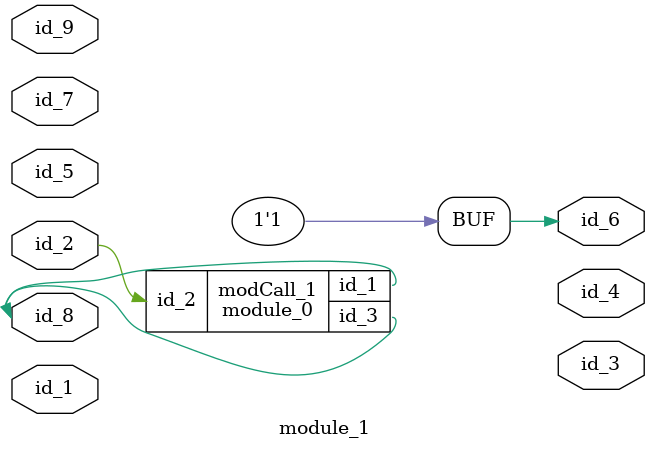
<source format=v>
module module_0 (
    id_1,
    id_2,
    id_3
);
  output wire id_3;
  input wire id_2;
  inout wire id_1;
  initial {id_1, -1} = id_2;
endmodule
module module_1 (
    id_1,
    id_2,
    id_3,
    id_4,
    id_5,
    id_6,
    id_7,
    id_8,
    id_9
);
  inout wire id_9;
  module_0 modCall_1 (
      id_8,
      id_2,
      id_8
  );
  inout wire id_8;
  input wire id_7;
  output reg id_6;
  or primCall (id_6, id_8, id_9, id_7);
  input wire id_5;
  output wire id_4;
  output wire id_3;
  input wire id_2;
  input wire id_1;
  always @(-1) begin : LABEL_0
    id_6 <= 1'b0 - -1;
  end
endmodule

</source>
